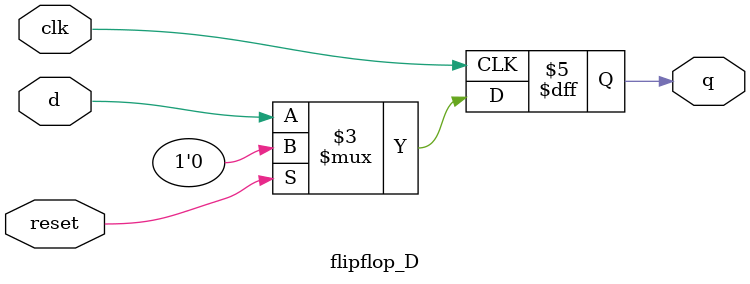
<source format=v>
module flipflop_D #(parameter N = 1)
(
    input clk,     // Entrada de reloj
    input reset,   // Entrada de reset asincrónico
    input [N-1:0] d,       // Entrada de datos
    output reg [N-1:0] q   // Salida del flip-flop
);

// Proceso de flip-flop tipo D
always @(posedge clk)
begin
    if (reset)
        q <= 1'b0; // Si se activa el reset, la salida se pone en 0
    else
        q <= d;    // Si no hay reset, la salida sigue el valor de la entrada d en cada flanco de subida del reloj
end

endmodule

</source>
